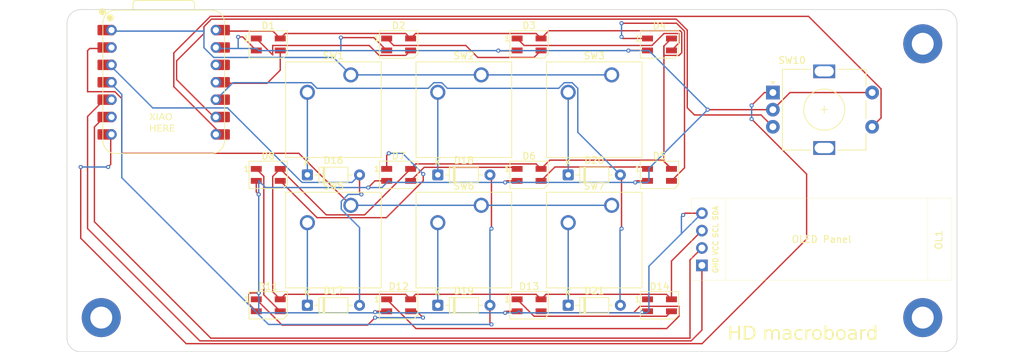
<source format=kicad_pcb>
(kicad_pcb (version 20241229) (generator "pcbnew") (generator_version "9.0")
  (layers (0 "F.Cu" signal) (2 "B.Cu" signal) (13 "F.Paste" user) (15 "B.Paste" user) (5 "F.SilkS" user "F.Silkscreen") (7 "B.SilkS" user "B.Silkscreen") (1 "F.Mask" user) (3 "B.Mask" user) (25 "Edge.Cuts" user))
  (net 0 "")
  (net 1 "E2")
  (net 2 "E1")
  (net 3 "C1")
  (net 4 "Net-(D16-K)")
  (net 5 "Net-(D17-K)")
  (net 6 "Net-(D18-K)")
  (net 7 "C2")
  (net 8 "Net-(D19-K)")
  (net 9 "Net-(D20-K)")
  (net 10 "C3")
  (net 11 "Net-(D21-K)")
  (net 12 "R1")
  (net 13 "R2")
  (net 14 "GND")
  (net 15 "E3")
  (net 16 "+3V3")
  (net 17 "LED")
  (net 18 "SDA")
  (net 19 "SCL")
  (net 20 "+5V")
  (net 21 "Net-(D1-DOUT)")
  (net 22 "Net-(D2-DOUT)")
  (net 23 "Net-(D3-DOUT)")
  (net 24 "Net-(D4-DOUT)")
  (net 25 "Net-(D5-DOUT)")
  (net 26 "Net-(D6-DOUT)")
  (net 27 "Net-(D7-DOUT)")
  (net 28 "Net-(D11-DIN)")
  (net 29 "Net-(D11-DOUT)")
  (net 30 "Net-(D12-DOUT)")
  (net 31 "Net-(D13-DOUT)")
  (footprint "Diode_THT:D_DO-35_SOD27_P7.62mm_Horizontal" (layer "F.Cu") (at 119.15875 93.2)
    (property "Reference" "D19" (at 3.81 -2.12 0) (layer "F.SilkS"))
    (property "Value" "1N4148")
    (fp_text user "K" (at 0 -1.8 0) (layer "F.SilkS"))
    (pad "1" thru_hole roundrect (at 0 0) (size 1.6 1.6) (drill 0.8) (layers "*.Cu" "*.Mask") (roundrect_rratio 0.15625) (net 8 "Net-(D19-K)"))
    (pad "2" thru_hole circle (at 7.62 0) (size 1.6 1.6) (drill 0.8) (layers "*.Cu" "*.Mask") (net 7 "C2"))
  )
  (footprint "Button_Switch_Keyboard:SW_Cherry_MX_1.00u_PCB" (layer "F.Cu") (at 106.45875 59.545)
    (property "Reference" "SW1" (at -2.54 -2.794 0) (layer "F.SilkS"))
    (property "Value" "SW_Push")
    (pad "" np_thru_hole circle (at -7.62 5.08) (size 1.7 1.7) (drill 1.7) (layers "*.Cu" "*.Mask"))
    (pad "" np_thru_hole circle (at -2.54 5.08) (size 4 4) (drill 4) (layers "*.Cu" "*.Mask"))
    (pad "" np_thru_hole circle (at 2.54 5.08) (size 1.7 1.7) (drill 1.7) (layers "*.Cu" "*.Mask"))
    (pad "1" thru_hole circle (at 0 0) (size 2.2 2.2) (drill 1.5) (layers "*.Cu" "*.Mask") (net 12 "R1"))
    (pad "2" thru_hole circle (at -6.35 2.54) (size 2.2 2.2) (drill 1.5) (layers "*.Cu" "*.Mask") (net 4 "Net-(D16-K)"))
  )
  (footprint "LED_SMD:LED_SK6812MINI_PLCC4_3.5x3.5mm_P1.75mm" (layer "F.Cu") (at 113.44375 93.2)
    (property "Reference" "D12" (at 0 -2.75 0) (layer "F.SilkS"))
    (property "Value" "SK6812MINI")
    (fp_text user "1" (at -3.2 -0.875 0) (layer "F.SilkS") (effects (font (size 0.8 0.8))))
    (pad "1" smd rect (at -1.75 -0.875) (size 1.6 0.85) (layers "F.Cu" "F.Mask" "F.Paste") (net 30 "Net-(D12-DOUT)"))
    (pad "2" smd rect (at -1.75 0.875) (size 1.6 0.85) (layers "F.Cu" "F.Mask" "F.Paste") (net 14 "GND"))
    (pad "3" smd rect (at 1.75 0.875) (size 1.6 0.85) (layers "F.Cu" "F.Mask" "F.Paste") (net 29 "Net-(D11-DOUT)"))
    (pad "4" smd rect (at 1.75 -0.875) (size 1.6 0.85) (layers "F.Cu" "F.Mask" "F.Paste") (net 20 "+5V"))
  )
  (footprint "Button_Switch_Keyboard:SW_Cherry_MX_1.00u_PCB" (layer "F.Cu") (at 144.55875 59.545)
    (property "Reference" "SW3" (at -2.54 -2.794 0) (layer "F.SilkS"))
    (property "Value" "SW_Push")
    (pad "" np_thru_hole circle (at -7.62 5.08) (size 1.7 1.7) (drill 1.7) (layers "*.Cu" "*.Mask"))
    (pad "" np_thru_hole circle (at -2.54 5.08) (size 4 4) (drill 4) (layers "*.Cu" "*.Mask"))
    (pad "" np_thru_hole circle (at 2.54 5.08) (size 1.7 1.7) (drill 1.7) (layers "*.Cu" "*.Mask"))
    (pad "1" thru_hole circle (at 0 0) (size 2.2 2.2) (drill 1.5) (layers "*.Cu" "*.Mask") (net 12 "R1"))
    (pad "2" thru_hole circle (at -6.35 2.54) (size 2.2 2.2) (drill 1.5) (layers "*.Cu" "*.Mask") (net 9 "Net-(D20-K)"))
  )
  (footprint "LED_SMD:LED_SK6812MINI_PLCC4_3.5x3.5mm_P1.75mm" (layer "F.Cu") (at 94.39375 74.15)
    (property "Reference" "D8" (at 0 -2.75 0) (layer "F.SilkS"))
    (property "Value" "SK6812MINI")
    (fp_text user "1" (at -3.2 -0.875 0) (layer "F.SilkS") (effects (font (size 0.8 0.8))))
    (pad "1" smd rect (at -1.75 -0.875) (size 1.6 0.85) (layers "F.Cu" "F.Mask" "F.Paste") (net 28 "Net-(D11-DIN)"))
    (pad "2" smd rect (at -1.75 0.875) (size 1.6 0.85) (layers "F.Cu" "F.Mask" "F.Paste") (net 14 "GND"))
    (pad "3" smd rect (at 1.75 0.875) (size 1.6 0.85) (layers "F.Cu" "F.Mask" "F.Paste") (net 27 "Net-(D7-DOUT)"))
    (pad "4" smd rect (at 1.75 -0.875) (size 1.6 0.85) (layers "F.Cu" "F.Mask" "F.Paste") (net 20 "+5V"))
  )
  (footprint "MountingHole:MountingHole_3.2mm_M3_ISO7380_Pad" (layer "F.Cu") (at 190 95)
    (property "Reference" "REF**" (hide yes))
    (property "Value" "MountingHole_3.2mm_M3_ISO7380_Pad")
    (pad "1" thru_hole circle (at 0 0) (size 5.7 5.7) (drill 3.2) (layers "*.Cu" "*.Mask"))
  )
  (footprint "LED_SMD:LED_SK6812MINI_PLCC4_3.5x3.5mm_P1.75mm" (layer "F.Cu") (at 94.39375 93.2)
    (property "Reference" "D11" (at 0 -2.75 0) (layer "F.SilkS"))
    (property "Value" "SK6812MINI")
    (fp_text user "1" (at -3.2 -0.875 0) (layer "F.SilkS") (effects (font (size 0.8 0.8))))
    (pad "1" smd rect (at -1.75 -0.875) (size 1.6 0.85) (layers "F.Cu" "F.Mask" "F.Paste") (net 29 "Net-(D11-DOUT)"))
    (pad "2" smd rect (at -1.75 0.875) (size 1.6 0.85) (layers "F.Cu" "F.Mask" "F.Paste") (net 14 "GND"))
    (pad "3" smd rect (at 1.75 0.875) (size 1.6 0.85) (layers "F.Cu" "F.Mask" "F.Paste") (net 28 "Net-(D11-DIN)"))
    (pad "4" smd rect (at 1.75 -0.875) (size 1.6 0.85) (layers "F.Cu" "F.Mask" "F.Paste") (net 20 "+5V"))
  )
  (footprint "OPL:XIAO-RP2040-DIP" (layer "F.Cu") (at 79.12 60.62)
    (property "Reference" "U1" (hide yes))
    (property "Value" "XIAO-RP2040-DIP")
    (pad "1" smd roundrect (at -8.455 -7.62 180) (size 2.432 1.524) (layers "F.Cu" "F.Mask") (roundrect_rratio 0.1) (net 12 "R1"))
    (pad "1" thru_hole circle (at -7.62 -7.62 180) (size 1.524 1.524) (drill 0.889) (layers "*.Cu" "*.Mask") (net 12 "R1"))
    (pad "2" smd roundrect (at -8.455 -5.08 180) (size 2.432 1.524) (layers "F.Cu" "F.Mask") (roundrect_rratio 0.1) (net 13 "R2"))
    (pad "2" thru_hole circle (at -7.62 -5.08 180) (size 1.524 1.524) (drill 0.889) (layers "*.Cu" "*.Mask") (net 13 "R2"))
    (pad "3" smd roundrect (at -8.455 -2.54 180) (size 2.432 1.524) (layers "F.Cu" "F.Mask") (roundrect_rratio 0.1) (net 3 "C1"))
    (pad "3" thru_hole circle (at -7.62 -2.54 180) (size 1.524 1.524) (drill 0.889) (layers "*.Cu" "*.Mask") (net 3 "C1"))
    (pad "4" smd roundrect (at -8.455 0 180) (size 2.432 1.524) (layers "F.Cu" "F.Mask") (roundrect_rratio 0.1) (net 7 "C2"))
    (pad "4" thru_hole circle (at -7.62 0 180) (size 1.524 1.524) (drill 0.889) (layers "*.Cu" "*.Mask") (net 7 "C2"))
    (pad "5" smd roundrect (at -8.455 2.54 180) (size 2.432 1.524) (layers "F.Cu" "F.Mask") (roundrect_rratio 0.1) (net 18 "SDA"))
    (pad "5" thru_hole circle (at -7.62 2.54 180) (size 1.524 1.524) (drill 0.889) (layers "*.Cu" "*.Mask") (net 18 "SDA"))
    (pad "6" smd roundrect (at -8.455 5.08 180) (size 2.432 1.524) (layers "F.Cu" "F.Mask") (roundrect_rratio 0.1) (net 19 "SCL"))
    (pad "6" thru_hole circle (at -7.62 5.08 180) (size 1.524 1.524) (drill 0.889) (layers "*.Cu" "*.Mask") (net 19 "SCL"))
    (pad "7" smd roundrect (at -8.455 7.62 180) (size 2.432 1.524) (layers "F.Cu" "F.Mask") (roundrect_rratio 0.1) (net 2 "E1"))
    (pad "7" thru_hole circle (at -7.62 7.62 180) (size 1.524 1.524) (drill 0.889) (layers "*.Cu" "*.Mask") (net 2 "E1"))
    (pad "8" thru_hole circle (at 7.62 7.62) (size 1.524 1.524) (drill 0.889) (layers "*.Cu" "*.Mask") (net 15 "E3"))
    (pad "8" smd roundrect (at 8.455 7.62) (size 2.432 1.524) (layers "F.Cu" "F.Mask") (roundrect_rratio 0.1) (net 15 "E3"))
    (pad "9" thru_hole circle (at 7.62 5.08) (size 1.524 1.524) (drill 0.889) (layers "*.Cu" "*.Mask") (net 1 "E2"))
    (pad "9" smd roundrect (at 8.455 5.08) (size 2.432 1.524) (layers "F.Cu" "F.Mask") (roundrect_rratio 0.1) (net 1 "E2"))
    (pad "10" thru_hole circle (at 7.62 2.54) (size 1.524 1.524) (drill 0.889) (layers "*.Cu" "*.Mask") (net 10 "C3"))
    (pad "10" smd roundrect (at 8.455 2.54) (size 2.432 1.524) (layers "F.Cu" "F.Mask") (roundrect_rratio 0.1) (net 10 "C3"))
    (pad "11" thru_hole circle (at 7.62 0) (size 1.524 1.524) (drill 0.889) (layers "*.Cu" "*.Mask") (net 17 "LED"))
    (pad "11" smd roundrect (at 8.455 0) (size 2.432 1.524) (layers "F.Cu" "F.Mask") (roundrect_rratio 0.1) (net 17 "LED"))
    (pad "12" thru_hole circle (at 7.62 -2.54) (size 1.524 1.524) (drill 0.889) (layers "*.Cu" "*.Mask") (net 16 "+3V3"))
    (pad "12" smd roundrect (at 8.455 -2.54) (size 2.432 1.524) (layers "F.Cu" "F.Mask") (roundrect_rratio 0.1) (net 16 "+3V3"))
    (pad "13" thru_hole circle (at 7.62 -5.08) (size 1.524 1.524) (drill 0.889) (layers "*.Cu" "*.Mask") (net 14 "GND"))
    (pad "13" smd roundrect (at 8.455 -5.08) (size 2.432 1.524) (layers "F.Cu" "F.Mask") (roundrect_rratio 0.1) (net 14 "GND"))
    (pad "14" thru_hole circle (at 7.62 -7.62) (size 1.524 1.524) (drill 0.889) (layers "*.Cu" "*.Mask") (net 20 "+5V"))
    (pad "14" smd roundrect (at 8.455 -7.62) (size 2.432 1.524) (layers "F.Cu" "F.Mask") (roundrect_rratio 0.1) (net 20 "+5V"))
  )
  (footprint "Diode_THT:D_DO-35_SOD27_P7.62mm_Horizontal" (layer "F.Cu") (at 100.10875 93.2)
    (property "Reference" "D17" (at 3.81 -2.12 0) (layer "F.SilkS"))
    (property "Value" "1N4148")
    (fp_text user "K" (at 0 -1.8 0) (layer "F.SilkS"))
    (pad "1" thru_hole roundrect (at 0 0) (size 1.6 1.6) (drill 0.8) (layers "*.Cu" "*.Mask") (roundrect_rratio 0.15625) (net 5 "Net-(D17-K)"))
    (pad "2" thru_hole circle (at 7.62 0) (size 1.6 1.6) (drill 0.8) (layers "*.Cu" "*.Mask") (net 3 "C1"))
  )
  (footprint "Diode_THT:D_DO-35_SOD27_P7.62mm_Horizontal" (layer "F.Cu") (at 138.20875 93.2)
    (property "Reference" "D21" (at 3.81 -2.12 0) (layer "F.SilkS"))
    (property "Value" "1N4148")
    (fp_text user "K" (at 0 -1.8 0) (layer "F.SilkS"))
    (pad "1" thru_hole roundrect (at 0 0) (size 1.6 1.6) (drill 0.8) (layers "*.Cu" "*.Mask") (roundrect_rratio 0.15625) (net 11 "Net-(D21-K)"))
    (pad "2" thru_hole circle (at 7.62 0) (size 1.6 1.6) (drill 0.8) (layers "*.Cu" "*.Mask") (net 10 "C3"))
  )
  (footprint "oled pt2?:SSD1306-0.91-OLED-4pin-128x32" (layer "F.Cu") (at 194.24125 89.56 180)
    (property "Reference" "OL1" (at 1.9 5.91 90) (layer "F.SilkS"))
    (property "Value" "OLED")
    (fp_text user "SCL" (at 34.5 7.27 90) (layer "F.SilkS") (effects (font (size 0.75 0.75))))
    (fp_text user "VCC" (at 34.5 4.73 90) (layer "F.SilkS") (effects (font (size 0.75 0.75))))
    (fp_text user "SDA" (at 34.5 9.81 90) (layer "F.SilkS") (effects (font (size 0.75 0.75))))
    (fp_text user "OLED Panel" (at 19 6 0) (layer "F.SilkS"))
    (fp_text user "GND" (at 34.5 2.19 90) (layer "F.SilkS") (effects (font (size 0.75 0.75))))
    (pad "1" thru_hole rect (at 36.5 2.19 180) (size 1.7 1.7) (drill 1) (layers "*.Cu" "*.Mask") (net 18 "SDA"))
    (pad "2" thru_hole oval (at 36.5 4.73 180) (size 1.7 1.7) (drill 1) (layers "*.Cu" "*.Mask") (net 19 "SCL"))
    (pad "3" thru_hole oval (at 36.5 7.27 180) (size 1.7 1.7) (drill 1) (layers "*.Cu" "*.Mask") (net 20 "+5V"))
    (pad "4" thru_hole oval (at 36.5 9.81 180) (size 1.7 1.7) (drill 1) (layers "*.Cu" "*.Mask") (net 14 "GND"))
  )
  (footprint "Diode_THT:D_DO-35_SOD27_P7.62mm_Horizontal" (layer "F.Cu") (at 100.10875 74.15)
    (property "Reference" "D16" (at 3.81 -2.12 0) (layer "F.SilkS"))
    (property "Value" "1N4148")
    (fp_text user "K" (at 0 -1.8 0) (layer "F.SilkS"))
    (pad "1" thru_hole roundrect (at 0 0) (size 1.6 1.6) (drill 0.8) (layers "*.Cu" "*.Mask") (roundrect_rratio 0.15625) (net 4 "Net-(D16-K)"))
    (pad "2" thru_hole circle (at 7.62 0) (size 1.6 1.6) (drill 0.8) (layers "*.Cu" "*.Mask") (net 3 "C1"))
  )
  (footprint "LED_SMD:LED_SK6812MINI_PLCC4_3.5x3.5mm_P1.75mm" (layer "F.Cu") (at 151.54375 93.2)
    (property "Reference" "D14" (at 0 -2.75 0) (layer "F.SilkS"))
    (property "Value" "SK6812MINI")
    (fp_text user "1" (at -3.2 -0.875 0) (layer "F.SilkS") (effects (font (size 0.8 0.8))))
    (pad "1" smd rect (at -1.75 -0.875) (size 1.6 0.85) (layers "F.Cu" "F.Mask" "F.Paste"))
    (pad "2" smd rect (at -1.75 0.875) (size 1.6 0.85) (layers "F.Cu" "F.Mask" "F.Paste") (net 14 "GND"))
    (pad "3" smd rect (at 1.75 0.875) (size 1.6 0.85) (layers "F.Cu" "F.Mask" "F.Paste") (net 31 "Net-(D13-DOUT)"))
    (pad "4" smd rect (at 1.75 -0.875) (size 1.6 0.85) (layers "F.Cu" "F.Mask" "F.Paste") (net 20 "+5V"))
  )
  (footprint "LED_SMD:LED_SK6812MINI_PLCC4_3.5x3.5mm_P1.75mm" (layer "F.Cu") (at 113.44375 74.15)
    (property "Reference" "D7" (at 0 -2.75 0) (layer "F.SilkS"))
    (property "Value" "SK6812MINI")
    (fp_text user "1" (at -3.2 -0.875 0) (layer "F.SilkS") (effects (font (size 0.8 0.8))))
    (pad "1" smd rect (at -1.75 -0.875) (size 1.6 0.85) (layers "F.Cu" "F.Mask" "F.Paste") (net 27 "Net-(D7-DOUT)"))
    (pad "2" smd rect (at -1.75 0.875) (size 1.6 0.85) (layers "F.Cu" "F.Mask" "F.Paste") (net 14 "GND"))
    (pad "3" smd rect (at 1.75 0.875) (size 1.6 0.85) (layers "F.Cu" "F.Mask" "F.Paste") (net 26 "Net-(D6-DOUT)"))
    (pad "4" smd rect (at 1.75 -0.875) (size 1.6 0.85) (layers "F.Cu" "F.Mask" "F.Paste") (net 20 "+5V"))
  )
  (footprint "MountingHole:MountingHole_3.2mm_M3_ISO7380_Pad" (layer "F.Cu") (at 190 55)
    (property "Reference" "REF**" (hide yes))
    (property "Value" "MountingHole_3.2mm_M3_ISO7380_Pad")
    (pad "1" thru_hole circle (at 0 0) (size 5.7 5.7) (drill 3.2) (layers "*.Cu" "*.Mask"))
  )
  (footprint "Button_Switch_Keyboard:SW_Cherry_MX_1.00u_PCB" (layer "F.Cu") (at 125.50875 78.595)
    (property "Reference" "SW6" (at -2.54 -2.794 0) (layer "F.SilkS"))
    (property "Value" "SW_Push")
    (pad "" np_thru_hole circle (at -7.62 5.08) (size 1.7 1.7) (drill 1.7) (layers "*.Cu" "*.Mask"))
    (pad "" np_thru_hole circle (at -2.54 5.08) (size 4 4) (drill 4) (layers "*.Cu" "*.Mask"))
    (pad "" np_thru_hole circle (at 2.54 5.08) (size 1.7 1.7) (drill 1.7) (layers "*.Cu" "*.Mask"))
    (pad "1" thru_hole circle (at 0 0) (size 2.2 2.2) (drill 1.5) (layers "*.Cu" "*.Mask") (net 13 "R2"))
    (pad "2" thru_hole circle (at -6.35 2.54) (size 2.2 2.2) (drill 1.5) (layers "*.Cu" "*.Mask") (net 8 "Net-(D19-K)"))
  )
  (footprint "Button_Switch_Keyboard:SW_Cherry_MX_1.00u_PCB" (layer "F.Cu") (at 106.45875 78.595)
    (property "Reference" "SW5" (at -2.54 -2.794 0) (layer "F.SilkS"))
    (property "Value" "SW_Push")
    (pad "" np_thru_hole circle (at -7.62 5.08) (size 1.7 1.7) (drill 1.7) (layers "*.Cu" "*.Mask"))
    (pad "" np_thru_hole circle (at -2.54 5.08) (size 4 4) (drill 4) (layers "*.Cu" "*.Mask"))
    (pad "" np_thru_hole circle (at 2.54 5.08) (size 1.7 1.7) (drill 1.7) (layers "*.Cu" "*.Mask"))
    (pad "1" thru_hole circle (at 0 0) (size 2.2 2.2) (drill 1.5) (layers "*.Cu" "*.Mask") (net 13 "R2"))
    (pad "2" thru_hole circle (at -6.35 2.54) (size 2.2 2.2) (drill 1.5) (layers "*.Cu" "*.Mask") (net 5 "Net-(D17-K)"))
  )
  (footprint "Diode_THT:D_DO-35_SOD27_P7.62mm_Horizontal" (layer "F.Cu") (at 138.20875 74.15)
    (property "Reference" "D20" (at 3.81 -2.12 0) (layer "F.SilkS"))
    (property "Value" "1N4148")
    (fp_text user "K" (at 0 -1.8 0) (layer "F.SilkS"))
    (pad "1" thru_hole roundrect (at 0 0) (size 1.6 1.6) (drill 0.8) (layers "*.Cu" "*.Mask") (roundrect_rratio 0.15625) (net 9 "Net-(D20-K)"))
    (pad "2" thru_hole circle (at 7.62 0) (size 1.6 1.6) (drill 0.8) (layers "*.Cu" "*.Mask") (net 10 "C3"))
  )
  (footprint "LED_SMD:LED_SK6812MINI_PLCC4_3.5x3.5mm_P1.75mm" (layer "F.Cu") (at 94.39375 55.1)
    (property "Reference" "D1" (at 0 -2.75 0) (layer "F.SilkS"))
    (property "Value" "SK6812MINI")
    (fp_text user "1" (at -3.2 -0.875 0) (layer "F.SilkS") (effects (font (size 0.8 0.8))))
    (pad "1" smd rect (at -1.75 -0.875) (size 1.6 0.85) (layers "F.Cu" "F.Mask" "F.Paste") (net 21 "Net-(D1-DOUT)"))
    (pad "2" smd rect (at -1.75 0.875) (size 1.6 0.85) (layers "F.Cu" "F.Mask" "F.Paste") (net 14 "GND"))
    (pad "3" smd rect (at 1.75 0.875) (size 1.6 0.85) (layers "F.Cu" "F.Mask" "F.Paste") (net 17 "LED"))
    (pad "4" smd rect (at 1.75 -0.875) (size 1.6 0.85) (layers "F.Cu" "F.Mask" "F.Paste") (net 20 "+5V"))
  )
  (footprint "Button_Switch_Keyboard:SW_Cherry_MX_1.00u_PCB" (layer "F.Cu") (at 144.55875 78.595)
    (property "Reference" "SW7" (at -2.54 -2.794 0) (layer "F.SilkS"))
    (property "Value" "SW_Push")
    (pad "" np_thru_hole circle (at -7.62 5.08) (size 1.7 1.7) (drill 1.7) (layers "*.Cu" "*.Mask"))
    (pad "" np_thru_hole circle (at -2.54 5.08) (size 4 4) (drill 4) (layers "*.Cu" "*.Mask"))
    (pad "" np_thru_hole circle (at 2.54 5.08) (size 1.7 1.7) (drill 1.7) (layers "*.Cu" "*.Mask"))
    (pad "1" thru_hole circle (at 0 0) (size 2.2 2.2) (drill 1.5) (layers "*.Cu" "*.Mask") (net 13 "R2"))
    (pad "2" thru_hole circle (at -6.35 2.54) (size 2.2 2.2) (drill 1.5) (layers "*.Cu" "*.Mask") (net 11 "Net-(D21-K)"))
  )
  (footprint "LED_SMD:LED_SK6812MINI_PLCC4_3.5x3.5mm_P1.75mm" (layer "F.Cu") (at 132.49375 74.15)
    (property "Reference" "D6" (at 0 -2.75 0) (layer "F.SilkS"))
    (property "Value" "SK6812MINI")
    (fp_text user "1" (at -3.2 -0.875 0) (layer "F.SilkS") (effects (font (size 0.8 0.8))))
    (pad "1" smd rect (at -1.75 -0.875) (size 1.6 0.85) (layers "F.Cu" "F.Mask" "F.Paste") (net 26 "Net-(D6-DOUT)"))
    (pad "2" smd rect (at -1.75 0.875) (size 1.6 0.85) (layers "F.Cu" "F.Mask" "F.Paste") (net 14 "GND"))
    (pad "3" smd rect (at 1.75 0.875) (size 1.6 0.85) (layers "F.Cu" "F.Mask" "F.Paste") (net 25 "Net-(D5-DOUT)"))
    (pad "4" smd rect (at 1.75 -0.875) (size 1.6 0.85) (layers "F.Cu" "F.Mask" "F.Paste") (net 20 "+5V"))
  )
  (footprint "LED_SMD:LED_SK6812MINI_PLCC4_3.5x3.5mm_P1.75mm" (layer "F.Cu") (at 113.44375 55.1)
    (property "Reference" "D2" (at 0 -2.75 0) (layer "F.SilkS"))
    (property "Value" "SK6812MINI")
    (fp_text user "1" (at -3.2 -0.875 0) (layer "F.SilkS") (effects (font (size 0.8 0.8))))
    (pad "1" smd rect (at -1.75 -0.875) (size 1.6 0.85) (layers "F.Cu" "F.Mask" "F.Paste") (net 22 "Net-(D2-DOUT)"))
    (pad "2" smd rect (at -1.75 0.875) (size 1.6 0.85) (layers "F.Cu" "F.Mask" "F.Paste") (net 14 "GND"))
    (pad "3" smd rect (at 1.75 0.875) (size 1.6 0.85) (layers "F.Cu" "F.Mask" "F.Paste") (net 21 "Net-(D1-DOUT)"))
    (pad "4" smd rect (at 1.75 -0.875) (size 1.6 0.85) (layers "F.Cu" "F.Mask" "F.Paste") (net 20 "+5V"))
  )
  (footprint "LED_SMD:LED_SK6812MINI_PLCC4_3.5x3.5mm_P1.75mm" (layer "F.Cu") (at 151.54375 74.15)
    (property "Reference" "D5" (at 0 -2.75 0) (layer "F.SilkS"))
    (property "Value" "SK6812MINI")
    (fp_text user "1" (at -3.2 -0.875 0) (layer "F.SilkS") (effects (font (size 0.8 0.8))))
    (pad "1" smd rect (at -1.75 -0.875) (size 1.6 0.85) (layers "F.Cu" "F.Mask" "F.Paste") (net 25 "Net-(D5-DOUT)"))
    (pad "2" smd rect (at -1.75 0.875) (size 1.6 0.85) (layers "F.Cu" "F.Mask" "F.Paste") (net 14 "GND"))
    (pad "3" smd rect (at 1.75 0.875) (size 1.6 0.85) (layers "F.Cu" "F.Mask" "F.Paste") (net 24 "Net-(D4-DOUT)"))
    (pad "4" smd rect (at 1.75 -0.875) (size 1.6 0.85) (layers "F.Cu" "F.Mask" "F.Paste") (net 20 "+5V"))
  )
  (footprint "Button_Switch_Keyboard:SW_Cherry_MX_1.00u_PCB" (layer "F.Cu") (at 125.50875 59.545)
    (property "Reference" "SW2" (at -2.54 -2.794 0) (layer "F.SilkS"))
    (property "Value" "SW_Push")
    (pad "" np_thru_hole circle (at -7.62 5.08) (size 1.7 1.7) (drill 1.7) (layers "*.Cu" "*.Mask"))
    (pad "" np_thru_hole circle (at -2.54 5.08) (size 4 4) (drill 4) (layers "*.Cu" "*.Mask"))
    (pad "" np_thru_hole circle (at 2.54 5.08) (size 1.7 1.7) (drill 1.7) (layers "*.Cu" "*.Mask"))
    (pad "1" thru_hole circle (at 0 0) (size 2.2 2.2) (drill 1.5) (layers "*.Cu" "*.Mask") (net 12 "R1"))
    (pad "2" thru_hole circle (at -6.35 2.54) (size 2.2 2.2) (drill 1.5) (layers "*.Cu" "*.Mask") (net 6 "Net-(D18-K)"))
  )
  (footprint "Diode_THT:D_DO-35_SOD27_P7.62mm_Horizontal" (layer "F.Cu") (at 119.15875 74.15)
    (property "Reference" "D18" (at 3.81 -2.12 0) (layer "F.SilkS"))
    (property "Value" "1N4148")
    (fp_text user "K" (at 0 -1.8 0) (layer "F.SilkS"))
    (pad "1" thru_hole roundrect (at 0 0) (size 1.6 1.6) (drill 0.8) (layers "*.Cu" "*.Mask") (roundrect_rratio 0.15625) (net 6 "Net-(D18-K)"))
    (pad "2" thru_hole circle (at 7.62 0) (size 1.6 1.6) (drill 0.8) (layers "*.Cu" "*.Mask") (net 7 "C2"))
  )
  (footprint "MountingHole:MountingHole_3.2mm_M3_ISO7380_Pad" (layer "F.Cu") (at 70 95)
    (property "Reference" "REF**" (hide yes))
    (property "Value" "MountingHole_3.2mm_M3_ISO7380_Pad")
    (pad "1" thru_hole circle (at 0 0) (size 5.7 5.7) (drill 3.2) (layers "*.Cu" "*.Mask"))
  )
  (footprint "LED_SMD:LED_SK6812MINI_PLCC4_3.5x3.5mm_P1.75mm" (layer "F.Cu") (at 132.49375 55.1)
    (property "Reference" "D3" (at 0 -2.75 0) (layer "F.SilkS"))
    (property "Value" "SK6812MINI")
    (fp_text user "1" (at -3.2 -0.875 0) (layer "F.SilkS") (effects (font (size 0.8 0.8))))
    (pad "1" smd rect (at -1.75 -0.875) (size 1.6 0.85) (layers "F.Cu" "F.Mask" "F.Paste") (net 23 "Net-(D3-DOUT)"))
    (pad "2" smd rect (at -1.75 0.875) (size 1.6 0.85) (layers "F.Cu" "F.Mask" "F.Paste") (net 14 "GND"))
    (pad "3" smd rect (at 1.75 0.875) (size 1.6 0.85) (layers "F.Cu" "F.Mask" "F.Paste") (net 22 "Net-(D2-DOUT)"))
    (pad "4" smd rect (at 1.75 -0.875) (size 1.6 0.85) (layers "F.Cu" "F.Mask" "F.Paste") (net 20 "+5V"))
  )
  (footprint "Rotary_Encoder:RotaryEncoder_Alps_EC11E-Switch_Vertical_H20mm" (layer "F.Cu") (at 168.10625 62.125)
    (property "Reference" "SW10" (at 2.8 -4.7 0) (layer "F.SilkS"))
    (property "Value" "RotaryEncoder_Switch")
    (pad "A" thru_hole rect (at 0 0) (size 2 2) (drill 1) (layers "*.Cu" "*.Mask") (net 2 "E1"))
    (pad "B" thru_hole circle (at 0 5) (size 2 2) (drill 1) (layers "*.Cu" "*.Mask") (net 1 "E2"))
    (pad "C" thru_hole circle (at 0 2.5) (size 2 2) (drill 1) (layers "*.Cu" "*.Mask") (net 14 "GND"))
    (pad "MP" thru_hole rect (at 7.5 -3.1) (size 3.2 2) (drill oval 2.8 1.5) (layers "*.Cu" "*.Mask"))
    (pad "MP" thru_hole rect (at 7.5 8.1) (size 3.2 2) (drill oval 2.8 1.5) (layers "*.Cu" "*.Mask"))
    (pad "S1" thru_hole circle (at 14.5 5) (size 2 2) (drill 1) (layers "*.Cu" "*.Mask") (net 15 "E3"))
    (pad "S2" thru_hole circle (at 14.5 0) (size 2 2) (drill 1) (layers "*.Cu" "*.Mask") (net 14 "GND"))
  )
  (footprint "LED_SMD:LED_SK6812MINI_PLCC4_3.5x3.5mm_P1.75mm" (layer "F.Cu") (at 151.54375 55.1)
    (property "Reference" "D4" (at 0 -2.75 0) (layer "F.SilkS"))
    (property "Value" "SK6812MINI")
    (fp_text user "1" (at -3.2 -0.875 0) (layer "F.SilkS") (effects (font (size 0.8 0.8))))
    (pad "1" smd rect (at -1.75 -0.875) (size 1.6 0.85) (layers "F.Cu" "F.Mask" "F.Paste") (net 24 "Net-(D4-DOUT)"))
    (pad "2" smd rect (at -1.75 0.875) (size 1.6 0.85) (layers "F.Cu" "F.Mask" "F.Paste") (net 14 "GND"))
    (pad "3" smd rect (at 1.75 0.875) (size 1.6 0.85) (layers "F.Cu" "F.Mask" "F.Paste") (net 23 "Net-(D3-DOUT)"))
    (pad "4" smd rect (at 1.75 -0.875) (size 1.6 0.85) (layers "F.Cu" "F.Mask" "F.Paste") (net 20 "+5V"))
  )
  (footprint "LED_SMD:LED_SK6812MINI_PLCC4_3.5x3.5mm_P1.75mm" (layer "F.Cu") (at 132.49375 93.2)
    (property "Reference" "D13" (at 0 -2.75 0) (layer "F.SilkS"))
    (property "Value" "SK6812MINI")
    (fp_text user "1" (at -3.2 -0.875 0) (layer "F.SilkS") (effects (font (size 0.8 0.8))))
    (pad "1" smd rect (at -1.75 -0.875) (size 1.6 0.85) (layers "F.Cu" "F.Mask" "F.Paste") (net 31 "Net-(D13-DOUT)"))
    (pad "2" smd rect (at -1.75 0.875) (size 1.6 0.85) (layers "F.Cu" "F.Mask" "F.Paste") (net 14 "GND"))
    (pad "3" smd rect (at 1.75 0.875) (size 1.6 0.85) (layers "F.Cu" "F.Mask" "F.Paste") (net 30 "Net-(D12-DOUT)"))
    (pad "4" smd rect (at 1.75 -0.875) (size 1.6 0.85) (layers "F.Cu" "F.Mask" "F.Paste") (net 20 "+5V"))
  )
  (gr_arc (start 65 52) (mid 65.585786 50.585786) (end 67 50) (stroke (width 0.1)) (layer "Edge.Cuts"))
  (gr_arc (start 67 100) (mid 65.585786 99.414214) (end 65 98) (stroke (width 0.1)) (layer "Edge.Cuts"))
  (gr_line (start 193 50) (end 67 50) (stroke (width 0.1)) (layer "Edge.Cuts"))
  (gr_line (start 195 98) (end 195 52) (stroke (width 0.1)) (layer "Edge.Cuts"))
  (gr_line (start 67 100) (end 193 100) (stroke (width 0.1)) (layer "Edge.Cuts"))
  (gr_line (start 65 52) (end 65 98) (stroke (width 0.1)) (layer "Edge.Cuts"))
  (gr_arc (start 195 98) (mid 194.414214 99.414214) (end 193 100) (stroke (width 0.1)) (layer "Edge.Cuts"))
  (gr_arc (start 193 50) (mid 194.414214 50.585786) (end 195 52) (stroke (width 0.1)) (layer "Edge.Cuts"))
  (gr_text "XIAO\nHERE" (at 77 68 0) (layer "F.SilkS") (effects (font (size 1 1)) (justify left bottom)))
  (gr_text "HD macroboard " (at 161.478384 98.568071 0) (layer "F.SilkS") (effects (font (size 2 2) (thickness 0.1)) (justify left bottom)))
  (segment (start 166.38025 65.399) (end 168.10625 67.125) (width 0.2) (layer "F.Cu") (net 1))
  (segment (start 155.59775 64.34775) (end 156.649 65.399) (width 0.2) (layer "F.Cu") (net 1))
  (segment (start 153.99605 51.399) (end 155.59775 53.0007) (width 0.2) (layer "F.Cu") (net 1))
  (segment (start 86.101 51.399) (end 153.99605 51.399) (width 0.2) (layer "F.Cu") (net 1))
  (segment (start 81 60.2285) (end 86.62 65.8485) (width 0.2) (layer "F.Cu") (net 1))
  (segment (start 81 57.5) (end 85 53.5) (width 0.2) (layer "F.Cu") (net 1))
  (segment (start 85 52.5) (end 86.101 51.399) (width 0.2) (layer "F.Cu") (net 1))
  (segment (start 156.649 65.399) (end 166.38025 65.399) (width 0.2) (layer "F.Cu") (net 1))
  (segment (start 81 57.5) (end 81 60.2285) (width 0.2) (layer "F.Cu") (net 1))
  (segment (start 155.59775 53.0007) (end 155.59775 64.34775) (width 0.2) (layer "F.Cu") (net 1))
  (segment (start 85 53.5) (end 85 52.5) (width 0.2) (layer "F.Cu") (net 1))
  (segment (start 71.38 72.62) (end 71 73) (width 0.2) (layer "F.Cu") (net 2))
  (segment (start 166.875 62.125) (end 165 64) (width 0.2) (layer "F.Cu") (net 2))
  (segment (start 173.03355 74.03355) (end 165 66) (width 0.2) (layer "F.Cu") (net 2))
  (segment (start 173.03355 83.53355) (end 173.03355 74.03355) (width 0.2) (layer "F.Cu") (net 2))
  (segment (start 67 73) (end 67 83.401) (width 0.2) (layer "F.Cu") (net 2))
  (segment (start 157.7651 98.802) (end 173.03355 83.53355) (width 0.2) (layer "F.Cu") (net 2))
  (segment (start 71.38 68.3885) (end 70.545 68.3885) (width 0.2) (layer "F.Cu") (net 2))
  (segment (start 168.10625 62.125) (end 166.875 62.125) (width 0.2) (layer "F.Cu") (net 2))
  (segment (start 67 83.401) (end 82.401 98.802) (width 0.2) (layer "F.Cu") (net 2))
  (segment (start 82.401 98.802) (end 157.7651 98.802) (width 0.2) (layer "F.Cu") (net 2))
  (segment (start 71.38 68.3885) (end 71.38 72.62) (width 0.2) (layer "F.Cu") (net 2))
  (via (at 165 64) (size 0.6) (drill 0.3) (layers "F.Cu" "B.Cu") (net 2))
  (via (at 67 73) (size 0.6) (drill 0.3) (layers "F.Cu" "B.Cu") (net 2))
  (via (at 165 66) (size 0.6) (drill 0.3) (layers "F.Cu" "B.Cu") (net 2))
  (via (at 71 73) (size 0.6) (drill 0.3) (layers "F.Cu" "B.Cu") (net 2))
  (segment (start 71 73) (end 67 73) (width 0.2) (layer "B.Cu") (net 2))
  (segment (start 165 64) (end 165 66) (width 0.2) (layer "B.Cu") (net 2))
  (segment (start 107.72875 74.15) (end 107.72875 76.72875) (width 0.2) (layer "F.Cu") (net 3))
  (segment (start 107.72875 76.72875) (end 108 77) (width 0.2) (layer "F.Cu") (net 3))
  (segment (start 107.72875 74.15) (end 108 74.42125) (width 0.2) (layer "F.Cu") (net 3))
  (via (at 108 77) (size 0.6) (drill 0.3) (layers "F.Cu" "B.Cu") (net 3))
  (segment (start 107.72875 81.846314) (end 105.05775 79.175314) (width 0.2) (layer "B.Cu") (net 3))
  (segment (start 106.62775 75.251) (end 107.72875 74.15) (width 0.2) (layer "B.Cu") (net 3))
  (segment (start 77.523 64.3715) (end 88.44409 64.3715) (width 0.2) (layer "B.Cu") (net 3))
  (segment (start 107.72875 93.2) (end 107.72875 81.846314) (width 0.2) (layer "B.Cu") (net 3))
  (segment (start 88.44409 64.3715) (end 99.32359 75.251) (width 0.2) (layer "B.Cu") (net 3))
  (segment (start 105.05775 78.014686) (end 106.072436 77) (width 0.2) (layer "B.Cu") (net 3))
  (segment (start 106.072436 77) (end 108 77) (width 0.2) (layer "B.Cu") (net 3))
  (segment (start 99.32359 75.251) (end 106.62775 75.251) (width 0.2) (layer "B.Cu") (net 3))
  (segment (start 71.38 58.2285) (end 77.523 64.3715) (width 0.2) (layer "B.Cu") (net 3))
  (segment (start 105.05775 79.175314) (end 105.05775 78.014686) (width 0.2) (layer "B.Cu") (net 3))
  (segment (start 100.10875 62.085) (end 100.10875 74.15) (width 0.2) (layer "B.Cu") (net 4))
  (segment (start 100.10875 81.135) (end 100.10875 93.2) (width 0.2) (layer "B.Cu") (net 5))
  (segment (start 119.15875 62.085) (end 119.15875 74.15) (width 0.2) (layer "B.Cu") (net 6))
  (segment (start 126.77875 74.15) (end 127 74.37125) (width 0.2) (layer "F.Cu") (net 7))
  (segment (start 126.77875 93.2) (end 126.77875 95.77875) (width 0.2) (layer "F.Cu") (net 7))
  (segment (start 126.77875 95.77875) (end 127 96) (width 0.2) (layer "F.Cu") (net 7))
  (segment (start 127 74.37125) (end 127 82) (width 0.2) (layer "F.Cu") (net 7))
  (via (at 127 82) (size 0.6) (drill 0.3) (layers "F.Cu" "B.Cu") (net 7))
  (via (at 127 96) (size 0.6) (drill 0.3) (layers "F.Cu" "B.Cu") (net 7))
  (segment (start 126.77875 82.22125) (end 127 82) (width 0.2) (layer "B.Cu") (net 7))
  (segment (start 94.4329 96) (end 127 96) (width 0.2) (layer "B.Cu") (net 7))
  (segment (start 126.77875 93.2) (end 126.77875 82.22125) (width 0.2) (layer "B.Cu") (net 7))
  (segment (start 71.38 60.7685) (end 73 62.3885) (width 0.2) (layer "B.Cu") (net 7))
  (segment (start 73 74.5671) (end 94.4329 96) (width 0.2) (layer "B.Cu") (net 7))
  (segment (start 73 62.3885) (end 73 74.5671) (width 0.2) (layer "B.Cu") (net 7))
  (segment (start 119.15875 81.135) (end 119.15875 93.2) (width 0.2) (layer "B.Cu") (net 8))
  (segment (start 138.20875 62.085) (end 138.20875 74.15) (width 0.2) (layer "B.Cu") (net 9))
  (segment (start 146 74.37125) (end 146 82) (width 0.2) (layer "F.Cu") (net 10))
  (via (at 146 82) (size 0.6) (drill 0.3) (layers "F.Cu" "B.Cu") (net 10))
  (segment (start 89.2445 60.684) (end 100.689064 60.684) (width 0.2) (layer "B.Cu") (net 10))
  (segment (start 139.60975 67.931) (end 145.82875 74.15) (width 0.2) (layer "B.Cu") (net 10))
  (segment (start 145.77875 93.2) (end 145.77875 82.22125) (width 0.2) (layer "B.Cu") (net 10))
  (segment (start 145.77875 82.22125) (end 146 82) (width 0.2) (layer "B.Cu") (net 10))
  (segment (start 101.50975 61.504686) (end 117.75775 61.504686) (width 0.2) (layer "B.Cu") (net 10))
  (segment (start 138.789064 60.684) (end 139.60975 61.504686) (width 0.2) (layer "B.Cu") (net 10))
  (segment (start 137.628436 60.684) (end 138.789064 60.684) (width 0.2) (layer "B.Cu") (net 10))
  (segment (start 118.578436 60.684) (end 119.739064 60.684) (width 0.2) (layer "B.Cu") (net 10))
  (segment (start 117.75775 61.504686) (end 118.578436 60.684) (width 0.2) (layer "B.Cu") (net 10))
  (segment (start 120.55975 61.504686) (end 136.80775 61.504686) (width 0.2) (layer "B.Cu") (net 10))
  (segment (start 86.62 63.3085) (end 89.2445 60.684) (width 0.2) (layer "B.Cu") (net 10))
  (segment (start 139.60975 61.504686) (end 139.60975 67.931) (width 0.2) (layer "B.Cu") (net 10))
  (segment (start 136.80775 61.504686) (end 137.628436 60.684) (width 0.2) (layer "B.Cu") (net 10))
  (segment (start 119.739064 60.684) (end 120.55975 61.504686) (width 0.2) (layer "B.Cu") (net 10))
  (segment (start 100.689064 60.684) (end 101.50975 61.504686) (width 0.2) (layer "B.Cu") (net 10))
  (segment (start 138.20875 81.135) (end 138.20875 93.2) (width 0.2) (layer "B.Cu") (net 11))
  (segment (start 86.42819 57) (end 85 55.57181) (width 0.2) (layer "B.Cu") (net 12))
  (segment (start 85 55.57181) (end 85 53) (width 0.2) (layer "B.Cu") (net 12))
  (segment (start 106.45875 59.545) (end 103.91375 57) (width 0.2) (layer "B.Cu") (net 12))
  (segment (start 106.45875 59.545) (end 125.50875 59.545) (width 0.2) (layer "B.Cu") (net 12))
  (segment (start 71.38 53.1485) (end 84.8515 53.1485) (width 0.2) (layer "B.Cu") (net 12))
  (segment (start 103.91375 57) (end 86.42819 57) (width 0.2) (layer "B.Cu") (net 12))
  (segment (start 84.8515 53.1485) (end 85 53) (width 0.2) (layer "B.Cu") (net 12))
  (segment (start 144.55875 59.545) (end 125.50875 59.545) (width 0.2) (layer "B.Cu") (net 12))
  (segment (start 68 62) (end 68 56) (width 0.2) (layer "F.Cu") (net 13))
  (segment (start 71.98881 62) (end 68 62) (width 0.2) (layer "F.Cu") (net 13))
  (segment (start 106.45875 78.595) (end 98.86375 71) (width 0.2) (layer "F.Cu") (net 13))
  (segment (start 73 71) (end 73 63.01119) (width 0.2) (layer "F.Cu") (net 13))
  (segment (start 68.3115 55.6885) (end 70.545 55.6885) (width 0.2) (layer "F.Cu") (net 13))
  (segment (start 73 63.01119) (end 71.98881 62) (width 0.2) (layer "F.Cu") (net 13))
  (segment (start 68 56) (end 68.3115 55.6885) (width 0.2) (layer "F.Cu") (net 13))
  (segment (start 98.86375 71) (end 73 71) (width 0.2) (layer "F.Cu") (net 13))
  (segment (start 106.45875 78.595) (end 125.50875 78.595) (width 0.2) (layer "B.Cu") (net 13))
  (segment (start 125.50875 78.595) (end 144.55875 78.595) (width 0.2) (layer "B.Cu") (net 13))
  (segment (start 155.25 79.75) (end 155 80) (width 0.2) (layer "F.Cu") (net 14))
  (segment (start 92.64375 55.975) (end 90.66875 54) (width 0.2) (layer "F.Cu") (net 14))
  (segment (start 110.124997 94.075) (end 110 94.199997) (width 0.2) (layer "F.Cu") (net 14))
  (segment (start 129.226 75.025) (end 129 75.251) (width 0.2) (layer "F.Cu") (net 14))
  (segment (start 149.126 94.075) (end 149 94.201) (width 0.2) (layer "F.Cu") (net 14))
  (segment (start 149.79375 55.975) (end 147.025 55.975) (width 0.2) (layer "F.Cu") (net 14))
  (segment (start 148.226 75.025) (end 148 75.251) (width 0.2) (layer "F.Cu") (net 14))
  (segment (start 149.79375 75.025) (end 148.226 75.025) (width 0.2) (layer "F.Cu") (net 14))
  (segment (start 91.54275 91.599) (end 91.741752 91.399998) (width 0.2) (layer "F.Cu") (net 14))
  (segment (start 168.10625 64.625) (end 158.58125 64.625) (width 0.2) (layer "F.Cu") (net 14))
  (segment (start 157.74125 79.75) (end 155.25 79.75) (width 0.2) (layer "F.Cu") (net 14))
  (segment (start 92.64375 76.64375) (end 93 77) (width 0.2) (layer "F.Cu") (net 14))
  (segment (start 129.226 94.075) (end 129 94.301) (width 0.2) (layer "F.Cu") (net 14))
  (segment (start 92.64375 75.025) (end 92.64375 76.64375) (width 0.2) (layer "F.Cu") (net 14))
  (segment (start 130.6855 56.03325) (end 128.03325 56.03325) (width 0.2) (layer "F.Cu") (net 14))
  (segment (start 91.741752 91.399998) (end 93 91.399998) (width 0.2) (layer "F.Cu") (net 14))
  (segment (start 149.79375 94.075) (end 149.126 94.075) (width 0.2) (layer "F.Cu") (net 14))
  (segment (start 128.03325 56.03325) (end 128 56) (width 0.2) (layer "F.Cu") (net 14))
  (segment (start 90.66875 54) (end 90 54) (width 0.2) (layer "F.Cu") (net 14))
  (segment (start 147.025 55.975) (end 147 56) (width 0.2) (layer "F.Cu") (net 14))
  (segment (start 109.975 75.025) (end 109 76) (width 0.2) (layer "F.Cu") (net 14))
  (segment (start 170.60625 62.125) (end 182.60625 62.125) (width 0.2) (layer "F.Cu") (net 14))
  (segment (start 111.69375 75.025) (end 109.975 75.025) (width 0.2) (layer "F.Cu") (net 14))
  (segment (start 111.69375 94.075) (end 110.124997 94.075) (width 0.2) (layer "F.Cu") (net 14))
  (segment (start 92.64375 94.075) (end 91.54275 92.974) (width 0.2) (layer "F.Cu") (net 14))
  (segment (start 91.54275 92.974) (end 91.54275 91.599) (width 0.2) (layer "F.Cu") (net 14))
  (segment (start 111.69375 55.975) (end 109.81775 54.099) (width 0.2) (layer "F.Cu") (net 14))
  (segment (start 130.74375 55.975) (end 130.6855 56.03325) (width 0.2) (layer "F.Cu") (net 14))
  (segment (start 168.10625 64.625) (end 170.60625 62.125) (width 0.2) (layer "F.Cu") (net 14))
  (segment (start 130.74375 75.025) (end 129.226 75.025) (width 0.2) (layer "F.Cu") (net 14))
  (segment (start 130.74375 94.075) (end 129.226 94.075) (width 0.2) (layer "F.Cu") (net 14))
  (segment (start 109.81775 54.099) (end 105 54.099) (width 0.2) (layer "F.Cu") (net 14))
  (via (at 158.58125 64.625) (size 0.6) (drill 0.3) (layers "F.Cu" "B.Cu") (net 14))
  (via (at 129 94.301) (size 0.6) (drill 0.3) (layers "F.Cu" "B.Cu") (net 14))
  (via (at 93 77) (size 0.6) (drill 0.3) (layers "F.Cu" "B.Cu") (net 14))
  (via (at 148 75.251) (size 0.6) (drill 0.3) (layers "F.Cu" "B.Cu") (net 14))
  (via (at 105 54.099) (size 0.6) (drill 0.3) (layers "F.Cu" "B.Cu") (net 14))
  (via (at 155 80) (size 0.6) (drill 0.3) (layers "F.Cu" "B.Cu") (net 14))
  (via (at 128 56) (size 0.6) (drill 0.3) (layers "F.Cu" "B.Cu") (net 14))
  (via (at 90 54) (size 0.6) (drill 0.3) (layers "F.Cu" "B.Cu") (net 14))
  (via (at 110 94.199997) (size 0.6) (drill 0.3) (layers "F.Cu" "B.Cu") (net 14))
  (via (at 93 91.399998) (size 0.6) (drill 0.3) (layers "F.Cu" "B.Cu") (net 14))
  (via (at 147 56) (size 0.6) (drill 0.3) (layers "F.Cu" "B.Cu") (net 14))
  (via (at 149 94.201) (size 0.6) (drill 0.3) (layers "F.Cu" "B.Cu") (net 14))
  (via (at 129 75.251) (size 0.6) (drill 0.3) (layers "F.Cu" "B.Cu") (net 14))
  (via (at 109 76) (size 0.6) (drill 0.3) (layers "F.Cu" "B.Cu") (net 14))
  (segment (start 93 56) (end 92.6885 55.6885) (width 0.2) (layer "B.Cu") (net 14))
  (segment (start 92.6885 55.6885) (end 90 55.6885) (width 0.2) (layer "B.Cu") (net 14))
  (segment (start 150 75) (end 150 73.20625) (width 0.2) (layer "B.Cu") (net 14))
  (segment (start 158.58125 64.625) (end 158.58125 64.58125) (width 0.2) (layer "B.Cu") (net 14))
  (segment (start 131 75) (end 131.251 75.251) (width 0.2) (layer "B.Cu") (net 14))
  (segment (start 93 77) (end 93 75) (width 0.2) (layer "B.Cu") (net 14))
  (segment (start 131 94) (end 130.699 94.301) (width 0.2) (layer "B.Cu") (net 14))
  (segment (start 130.699 94.301) (end 129 94.301) (width 0.2) (layer "B.Cu") (net 14))
  (segment (start 112 94) (end 111.699 94.301) (width 0.2) (layer "B.Cu") (net 14))
  (segment (start 158.58125 64.58125) (end 150 56) (width 0.2) (layer "B.Cu") (net 14))
  (segment (start 155 80) (end 154.745625 80.254375) (width 0.2) (layer "B.Cu") (net 14))
  (segment (start 154.745625 80.254375) (end 154.745625 82.745625) (width 0.2) (layer "B.Cu") (net 14))
  (segment (start 94 76) (end 109 76) (width 0.2) (layer "B.Cu") (net 14))
  (segment (start 90 55.6885) (end 86.62 55.6885) (width 0.2) (layer "B.Cu") (net 14))
  (segment (start 93 94) (end 93 77) (width 0.2) (layer "B.Cu") (net 14))
  (segment (start 111 76) (end 112 75) (width 0.2) (layer "B.Cu") (net 14))
  (segment (start 90 54) (end 90 55.6885) (width 0.2) (layer "B.Cu") (net 14))
  (segment (start 150 56) (end 147 56) (width 0.2) (layer "B.Cu") (net 14))
  (segment (start 129 94.301) (end 112.301 94.301) (width 0.2) (layer "B.Cu") (net 14))
  (segment (start 111.699 94.301) (end 93.301 94.301) (width 0.2) (layer "B.Cu") (net 14))
  (segment (start 112 75) (end 112.251 75.251) (width 0.2) (layer "B.Cu") (net 14))
  (segment (start 131.251 75.251) (end 148 75.251) (width 0.2) (layer "B.Cu") (net 14))
  (segment (start 109 76) (end 111 76) (width 0.2) (layer "B.Cu") (net 14))
  (segment (start 105 56) (end 98 56) (width 0.2) (layer "B.Cu") (net 14))
  (segment (start 128 56) (end 105 56) (width 0.2) (layer "B.Cu") (net 14))
  (segment (start 130.749 75.251) (end 131 75) (width 0.2) (layer "B.Cu") (net 14))
  (segment (start 98 56) (end 93 56) (width 0.2) (layer "B.Cu") (net 14))
  (segment (start 148 75.251) (end 149.749 75.251) (width 0.2) (layer "B.Cu") (net 14))
  (segment (start 112.301 94.301) (end 112 94) (width 0.2) (layer "B.Cu") (net 14))
  (segment (start 150 73.20625) (end 158.58125 64.625) (width 0.2) (layer "B.Cu") (net 14))
  (segment (start 93.301 94.301) (end 93 94) (width 0.2) (layer "B.Cu") (net 14))
  (segment (start 157.74125 79.75) (end 154.745625 82.745625) (width 0.2) (layer "B.Cu") (net 14))
  (segment (start 93 75) (end 94 76) (width 0.2) (layer "B.Cu") (net 14))
  (segment (start 131.301 94.301) (end 131 94) (width 0.2) (layer "B.Cu") (net 14))
  (segment (start 147 56) (end 128 56) (width 0.2) (layer "B.Cu") (net 14))
  (segment (start 150 94) (end 149.699 94.301) (width 0.2) (layer "B.Cu") (net 14))
  (segment (start 105 54.099) (end 105 56) (width 0.2) (layer "B.Cu") (net 14))
  (segment (start 149.699 94.301) (end 131.301 94.301) (width 0.2) (layer "B.Cu") (net 14))
  (segment (start 149.749 75.251) (end 150 75) (width 0.2) (layer "B.Cu") (net 14))
  (segment (start 150 87.49125) (end 150 94) (width 0.2) (layer "B.Cu") (net 14))
  (segment (start 129 75.251) (end 130.749 75.251) (width 0.2) (layer "B.Cu") (net 14))
  (segment (start 112.251 75.251) (end 129 75.251) (width 0.2) (layer "B.Cu") (net 14))
  (segment (start 154.745625 82.745625) (end 150 87.49125) (width 0.2) (layer "B.Cu") (net 14))
  (segment (start 173.319142 50.998) (end 85.9349 50.998) (width 0.2) (layer "F.Cu") (net 15))
  (segment (start 85.9349 50.998) (end 80.599 56.3339) (width 0.2) (layer "F.Cu") (net 15))
  (segment (start 80.599 61.264) (end 87.575 68.24) (width 0.2) (layer "F.Cu") (net 15))
  (segment (start 182.60625 67.125) (end 183.90725 65.824) (width 0.2) (layer "F.Cu") (net 15))
  (segment (start 183.90725 65.824) (end 183.90725 61.586108) (width 0.2) (layer "F.Cu") (net 15))
  (segment (start 80.599 56.3339) (end 80.599 61.264) (width 0.2) (layer "F.Cu") (net 15))
  (segment (start 183.90725 61.586108) (end 173.319142 50.998) (width 0.2) (layer "F.Cu") (net 15))
  (segment (start 94.2315 60.7685) (end 87.455 60.7685) (width 0.2) (layer "F.Cu") (net 17))
  (segment (start 96.14375 58.85625) (end 94.2315 60.7685) (width 0.2) (layer "F.Cu") (net 17))
  (segment (start 96.14375 55.975) (end 96.14375 58.85625) (width 0.2) (layer "F.Cu") (net 17))
  (segment (start 70.30237 63.3085) (end 68 65.61087) (width 0.2) (layer "F.Cu") (net 18))
  (segment (start 68 65.61087) (end 68 82) (width 0.2) (layer "F.Cu") (net 18))
  (segment (start 157.74125 96.82585) (end 157.74125 87.37) (width 0.2) (layer "F.Cu") (net 18))
  (segment (start 71.38 63.3085) (end 70.30237 63.3085) (width 0.2) (layer "F.Cu") (net 18))
  (segment (start 156.1661 98.401) (end 157.74125 96.82585) (width 0.2) (layer "F.Cu") (net 18))
  (segment (start 68 82) (end 84.401 98.401) (width 0.2) (layer "F.Cu") (net 18))
  (segment (start 84.401 98.401) (end 156.1661 98.401) (width 0.2) (layer "F.Cu") (net 18))
  (segment (start 156 98) (end 156 86.57125) (width 0.2) (layer "F.Cu") (net 19))
  (segment (start 86 98) (end 156 98) (width 0.2) (layer "F.Cu") (net 19))
  (segment (start 69 81) (end 86 98) (width 0.2) (layer "F.Cu") (net 19))
  (segment (start 71.38 65.8485) (end 70.30237 65.8485) (width 0.2) (layer "F.Cu") (net 19))
  (segment (start 156 86.57125) (end 157.74125 84.83) (width 0.2) (layer "F.Cu") (net 19))
  (segment (start 69 67.15087) (end 69 81) (width 0.2) (layer "F.Cu") (net 19))
  (segment (start 70.30237 65.8485) (end 69 67.15087) (width 0.2) (layer "F.Cu") (net 19))
  (segment (start 153.29375 92.325) (end 153.29375 86.7375) (width 0.2) (layer "F.Cu") (net 20))
  (segment (start 133.51775 91.599) (end 134.24375 92.325) (width 0.2) (layer "F.Cu") (net 20))
  (segment (start 135.51875 72) (end 134.24375 73.275) (width 0.2) (layer "F.Cu") (net 20))
  (segment (start 153.29375 86.7375) (end 157.74125 82.29) (width 0.2) (layer "F.Cu") (net 20))
  (segment (start 154.56085 53.098) (end 154.79575 53.3329) (width 0.2) (layer "F.Cu") (net 20))
  (segment (start 96.14375 73.275) (end 102.86475 79.996) (width 0.2) (layer "F.Cu") (net 20))
  (segment (start 95.04275 91.224) (end 96.14375 92.325) (width 0.2) (layer "F.Cu") (net 20))
  (segment (start 96.14375 73.275) (end 95.04275 74.376) (width 0.2) (layer "F.Cu") (net 20))
  (segment (start 154.39475 56.701) (end 152.19275 56.701) (width 0.2) (layer "F.Cu") (net 20))
  (segment (start 115.91975 91.599) (end 133.51775 91.599) (width 0.2) (layer "F.Cu") (net 20))
  (segment (start 135.37075 53.098) (end 154.56085 53.098) (width 0.2) (layer "F.Cu") (net 20))
  (segment (start 134.96975 91.599) (end 152.56775 91.599) (width 0.2) (layer "F.Cu") (net 20))
  (segment (start 134.24375 73.275) (end 133.51775 72.549) (width 0.2) (layer "F.Cu") (net 20))
  (segment (start 133.51775 53.499) (end 134.24375 54.225) (width 0.2) (layer "F.Cu") (net 20))
  (segment (start 102.86475 79.996) (end 108.47275 79.996) (width 0.2) (layer "F.Cu") (net 20))
  (segment (start 152.01875 72) (end 135.51875 72) (width 0.2) (layer "F.Cu") (net 20))
  (segment (start 115.91975 72.549) (end 115.19375 73.275) (width 0.2) (layer "F.Cu") (net 20))
  (segment (start 152.19275 55.326) (end 153.29375 54.225) (width 0.2) (layer "F.Cu") (net 20))
  (segment (start 134.24375 92.325) (end 134.96975 91.599) (width 0.2) (layer "F.Cu") (net 20))
  (segment (start 152.19275 72.174) (end 153.29375 73.275) (width 0.2) (layer "F.Cu") (net 20))
  (segment (start 96.14375 54.225) (end 96.86975 53.499) (width 0.2) (layer "F.Cu") (net 20))
  (segment (start 115.19375 92.325) (end 115.91975 91.599) (width 0.2) (layer "F.Cu") (net 20))
  (segment (start 114.46775 53.499) (end 115.19375 54.225) (width 0.2) (layer "F.Cu") (net 20))
  (segment (start 152.19275 55.326) (end 152.19275 72.174) (width 0.2) (layer "F.Cu") (net 20))
  (segment (start 152.19275 56.701) (end 152.19275 55.326) (width 0.2) (layer "F.Cu") (net 20))
  (segment (start 87.455 53.1485) (end 95.06725 53.1485) (width 0.2) (layer "F.Cu") (net 20))
  (segment (start 95.06725 53.1485) (end 96.14375 54.225) (width 0.2) (layer "F.Cu") (net 20))
  (segment (start 96.86975 91.599) (end 114.46775 91.599) (width 0.2) (layer "F.Cu") (net 20))
  (segment (start 96.14375 92.325) (end 96.86975 91.599) (width 0.2) (layer "F.Cu") (net 20))
  (segment (start 114.46775 91.599) (end 115.19375 92.325) (width 0.2) (layer "F.Cu") (net 20))
  (segment (start 95.04275 74.376) (end 95.04275 91.224) (width 0.2) (layer "F.Cu") (net 20))
  (segment (start 115.91975 53.499) (end 133.51775 53.499) (width 0.2) (layer "F.Cu") (net 20))
  (segment (start 133.51775 72.549) (end 115.91975 72.549) (width 0.2) (layer "F.Cu") (net 20))
  (segment (start 153.29375 73.275) (end 152.01875 72) (width 0.2) (layer "F.Cu") (net 20))
  (segment (start 108.47275 79.996) (end 115.19375 73.275) (width 0.2) (layer "F.Cu") (net 20))
  (segment (start 115.19375 54.225) (end 115.91975 53.499) (width 0.2) (layer "F.Cu") (net 20))
  (segment (start 152.56775 91.599) (end 153.29375 92.325) (width 0.2) (layer "F.Cu") (net 20))
  (segment (start 154.79575 53.3329) (end 154.79575 56.3) (width 0.2) (layer "F.Cu") (net 20))
  (segment (start 134.24375 54.225) (end 135.37075 53.098) (width 0.2) (layer "F.Cu") (net 20))
  (segment (start 154.79575 56.3) (end 154.39475 56.701) (width 0.2) (layer "F.Cu") (net 20))
  (segment (start 96.86975 53.499) (end 114.46775 53.499) (width 0.2) (layer "F.Cu") (net 20))
  (segment (start 95.04275 56.624) (end 95.04275 55.249) (width 0.2) (layer "F.Cu") (net 21))
  (segment (start 109.14075 55.249) (end 110.59275 56.701) (width 0.2) (layer "F.Cu") (net 21))
  (segment (start 92.64375 54.225) (end 95.04275 56.624) (width 0.2) (layer "F.Cu") (net 21))
  (segment (start 95.04275 55.249) (end 109.14075 55.249) (width 0.2) (layer "F.Cu") (net 21))
  (segment (start 114.46775 56.701) (end 115.19375 55.975) (width 0.2) (layer "F.Cu") (net 21))
  (segment (start 110.59275 56.701) (end 114.46775 56.701) (width 0.2) (layer "F.Cu") (net 21))
  (segment (start 112.71775 55.249) (end 111.69375 54.225) (width 0.2) (layer "F.Cu") (net 22))
  (segment (start 134.24375 55.975) (end 133.21875 57) (width 0.2) (layer "F.Cu") (net 22))
  (segment (start 123.249 55.249) (end 112.71775 55.249) (width 0.2) (layer "F.Cu") (net 22))
  (segment (start 125 57) (end 123.249 55.249) (width 0.2) (layer "F.Cu") (net 22))
  (segment (start 133.21875 57) (end 125 57) (width 0.2) (layer "F.Cu") (net 22))
  (segment (start 131.76775 55.249) (end 150.44275 55.249) (width 0.2) (layer "F.Cu") (net 23))
  (segment (start 154.39475 54.874) (end 153.29375 55.975) (width 0.2) (layer "F.Cu") (net 23))
  (segment (start 154.39475 53.499) (end 154.39475 54.874) (width 0.2) (layer "F.Cu") (net 23))
  (segment (start 152.19275 53.499) (end 154.39475 53.499) (width 0.2) (layer "F.Cu") (net 23))
  (segment (start 130.74375 54.225) (end 131.76775 55.249) (width 0.2) (layer "F.Cu") (net 23))
  (segment (start 150.44275 55.249) (end 152.19275 53.499) (width 0.2) (layer "F.Cu") (net 23))
  (segment (start 155.19675 73.122) (end 155.19675 53.1668) (width 0.2) (layer "F.Cu") (net 24))
  (segment (start 155.19675 53.1668) (end 154.02995 52) (width 0.2) (layer "F.Cu") (net 24))
  (segment (start 146.225 54.225) (end 146 54) (width 0.2) (layer "F.Cu") (net 24))
  (segment (start 154.02995 52) (end 146 52) (width 0.2) (layer "F.Cu") (net 24))
  (segment (start 149.79375 54.225) (end 146.225 54.225) (width 0.2) (layer "F.Cu") (net 24))
  (segment (start 153.29375 75.025) (end 155.19675 73.122) (width 0.2) (layer "F.Cu") (net 24))
  (via (at 146 52) (size 0.6) (drill 0.3) (layers "F.Cu" "B.Cu") (net 24))
  (via (at 146 54) (size 0.6) (drill 0.3) (layers "F.Cu" "B.Cu") (net 24))
  (segment (start 146 52) (end 146 54) (width 0.2) (layer "B.Cu") (net 24))
  (segment (start 134.24375 75.025) (end 136.26875 73) (width 0.2) (layer "F.Cu") (net 25))
  (segment (start 149.51875 73) (end 149.79375 73.275) (width 0.2) (layer "F.Cu") (net 25))
  (segment (start 136.26875 73) (end 149.51875 73) (width 0.2) (layer "F.Cu") (net 25))
  (segment (start 130.51775 73.049) (end 130.74375 73.275) (width 0.2) (layer "F.Cu") (net 26))
  (segment (start 115.19375 75.025) (end 117.16975 73.049) (width 0.2) (layer "F.Cu") (net 26))
  (segment (start 117.16975 73.049) (end 130.51775 73.049) (width 0.2) (layer "F.Cu") (net 26))
  (segment (start 111.69375 71.30625) (end 112 71) (width 0.2) (layer "F.Cu") (net 27))
  (segment (start 111.69375 73.275) (end 111.69375 71.30625) (width 0.2) (layer "F.Cu") (net 27))
  (segment (start 101.51575 80.397) (end 111.64875 80.397) (width 0.2) (layer "F.Cu") (net 27))
  (segment (start 111.64875 80.397) (end 117.03364 75.01211) (width 0.2) (layer "F.Cu") (net 27))
  (segment (start 117.03364 75.01211) (end 117.03364 74.03364) (width 0.2) (layer "F.Cu") (net 27))
  (segment (start 96.14375 75.025) (end 101.51575 80.397) (width 0.2) (layer "F.Cu") (net 27))
  (via (at 112 71) (size 0.6) (drill 0.3) (layers "F.Cu" "B.Cu") (net 27))
  (via (at 117.03364 74.03364) (size 0.6) (drill 0.3) (layers "F.Cu" "B.Cu") (net 27))
  (segment (start 117.03364 74.03364) (end 114 71) (width 0.2) (layer "B.Cu") (net 27))
  (segment (start 114 71) (end 112 71) (width 0.2) (layer "B.Cu") (net 27))
  (segment (start 93.74475 74.376) (end 93.74475 91.676) (width 0.2) (layer "F.Cu") (net 28))
  (segment (start 93.74475 91.676) (end 96.14375 94.075) (width 0.2) (layer "F.Cu") (net 28))
  (segment (start 92.64375 73.275) (end 93.74475 74.376) (width 0.2) (layer "F.Cu") (net 28))
  (segment (start 96.417925 96.099175) (end 108.900825 96.099175) (width 0.2) (layer "F.Cu") (net 29))
  (segment (start 116.075 94.075) (end 117 95) (width 0.2) (layer "F.Cu") (net 29))
  (segment (start 115.19375 94.075) (end 116.075 94.075) (width 0.2) (layer "F.Cu") (net 29))
  (segment (start 92.64375 92.325) (end 96.417925 96.099175) (width 0.2) (layer "F.Cu") (net 29))
  (segment (start 108.900825 96.099175) (end 110 95) (width 0.2) (layer "F.Cu") (net 29))
  (via (at 117 95) (size 0.6) (drill 0.3) (layers "F.Cu" "B.Cu") (net 29))
  (via (at 110 95) (size 0.6) (drill 0.3) (layers "F.Cu" "B.Cu") (net 29))
  (segment (start 117 95) (end 110 95) (width 0.2) (layer "B.Cu") (net 29))
  (segment (start 154.39475 93.349) (end 154.39475 94.801) (width 0.2) (layer "F.Cu") (net 30))
  (segment (start 152.59475 96.601) (end 115.96975 96.601) (width 0.2) (layer "F.Cu") (net 30))
  (segment (start 147.74075 94.301) (end 148.69275 93.349) (width 0.2) (layer "F.Cu") (net 30))
  (segment (start 134.46975 94.301) (end 147.74075 94.301) (width 0.2) (layer "F.Cu") (net 30))
  (segment (start 154.39475 94.801) (end 152.59475 96.601) (width 0.2) (layer "F.Cu") (net 30))
  (segment (start 134.24375 94.075) (end 134.46975 94.301) (width 0.2) (layer "F.Cu") (net 30))
  (segment (start 148.69275 93.349) (end 154.39475 93.349) (width 0.2) (layer "F.Cu") (net 30))
  (segment (start 115.96975 96.601) (end 111.69375 92.325) (width 0.2) (layer "F.Cu") (net 30))
  (segment (start 152.56775 94.801) (end 153.29375 94.075) (width 0.2) (layer "F.Cu") (net 31))
  (segment (start 133.21975 94.801) (end 152.56775 94.801) (width 0.2) (layer "F.Cu") (net 31))
  (segment (start 130.74375 92.325) (end 133.21975 94.801) (width 0.2) (layer "F.Cu") (net 31))
)
</source>
